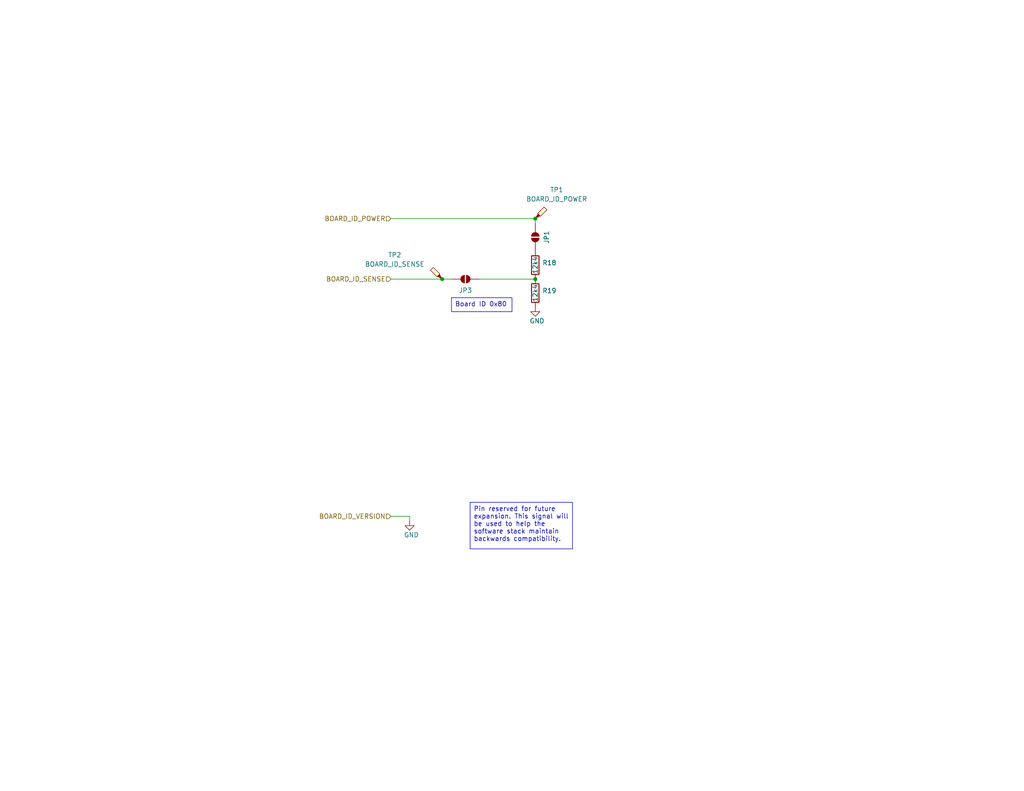
<source format=kicad_sch>
(kicad_sch (version 20231120) (generator "eeschema") (generator_version "8.0")
  (paper "USLetter")
  (lib_symbols
    (symbol "Connector:TestPoint_Probe" (pin_numbers hide) (pin_names (offset 0.762) hide)
      (property "Reference" "TP" (at 1.651 5.842 0))
      (property "Value" "TestPoint_Probe" (at 1.651 4.064 0))
      (symbol "TestPoint_Probe_0_1"
        (polyline (pts (xy 1.27 0.762) (xy 0 0) (xy 0.762 1.27) (xy 1.27 0.762)) (fill (type outline)))
        (polyline (pts (xy 1.397 0.635) (xy 0.635 1.397) (xy 2.413 3.175) (xy 3.175 2.413) (xy 1.397 0.635)) (fill (type background)))
      )
      (symbol "TestPoint_Probe_1_1"
        (pin passive line (at 0 0 90) (length 0) (name "1") (number "1"))
      )
    )
    (symbol "Device:R" (pin_numbers hide) (pin_names (offset 0))
      (property "Reference" "R" (at 2.032 0 90))
      (property "Value" "R" (at 0 0 90))
      (symbol "R_0_1"
        (rectangle (start -1.016 -2.54) (end 1.016 2.54) (stroke (width 0.254)))
      )
      (symbol "R_1_1"
        (pin passive line (at 0 3.81 270) (length 1.27) (name "~") (number "1"))
        (pin passive line (at 0 -3.81 90) (length 1.27) (name "~") (number "2"))
      )
    )
    (symbol "Jumper:SolderJumper_2_Open" (pin_numbers hide) (pin_names (offset 0) hide) (exclude_from_sim yes) (in_bom no)
      (property "Reference" "JP" (at 0 2.032 0))
      (property "Value" "SolderJumper_2_Open" (at 0 -2.54 0))
      (symbol "SolderJumper_2_Open_0_1"
        (arc (start -0.254 1.016) (mid -1.2656 0) (end -0.254 -1.016))
        (arc (start -0.254 1.016) (mid -1.2656 0) (end -0.254 -1.016) (fill (type outline)))
        (polyline (pts (xy -0.254 1.016) (xy -0.254 -1.016)))
        (polyline (pts (xy 0.254 1.016) (xy 0.254 -1.016)))
        (arc (start 0.254 -1.016) (mid 1.2656 0) (end 0.254 1.016))
        (arc (start 0.254 -1.016) (mid 1.2656 0) (end 0.254 1.016) (fill (type outline)))
      )
      (symbol "SolderJumper_2_Open_1_1"
        (pin passive line (at -3.81 0 0) (length 2.54) (name "A") (number "1"))
        (pin passive line (at 3.81 0 180) (length 2.54) (name "B") (number "2"))
      )
    )
    (symbol "power:GND" (power) (pin_numbers hide) (pin_names (offset 0) hide)
      (property "Value" "GND" (at 0 -3.81 0))
      (symbol "GND_0_1"
        (polyline (pts (xy 0 0) (xy 0 -1.27) (xy 1.27 -1.27) (xy 0 -2.54) (xy -1.27 -1.27) (xy 0 -1.27)))
      )
      (symbol "GND_1_1"
        (pin power_in line (at 0 0 270) (length 0) (name "~") (number "1"))
      )
    )
  )
  (junction (at 146.05 59.69))
  (junction (at 120.65 76.2))
  (junction (at 146.05 76.2))
  (wire (pts (xy 106.68 140.97) (xy 111.76 140.97)))
  (wire (pts (xy 111.76 140.97) (xy 111.76 142.24)))
  (wire (pts (xy 130.81 76.2) (xy 146.05 76.2)))
  (wire (pts (xy 106.68 59.69) (xy 146.05 59.69)))
  (wire (pts (xy 120.65 76.2) (xy 123.19 76.2)))
  (wire (pts (xy 146.05 59.69) (xy 146.05 60.96)))
  (wire (pts (xy 106.68 76.2) (xy 120.65 76.2)))
  (text_box "Pin reserved for future expansion. This signal will be used to help the software stack maintain backwards compatibility." (at 128.27 137.16 0) (size 27.94 12.7) (effects (font (size 1.27 1.27)) (justify left top)))
  (text_box "Board ID 0x80" (at 123.19 81.28 0) (size 16.51 3.81) (effects (font (size 1.27 1.27)) (justify left top)))
  (hierarchical_label "BOARD_ID_VERSION" (shape input) (at 106.68 140.97 180))
  (hierarchical_label "BOARD_ID_SENSE" (shape input) (at 106.68 76.2 180))
  (hierarchical_label "BOARD_ID_POWER" (shape input) (at 106.68 59.69 180))
  (symbol (lib_id "power:GND") (at 111.76 142.24 0) (mirror y) (unit 1)
    (property "Reference" "#PWR024" (effects (hide yes)))
    (property "Value" "GND" (at 114.3 146.05 0) (effects (justify left)))
    (property "Description" "Power symbol creates a global label with name \"GND\" , ground" (effects (hide yes)))
  )
  (symbol (lib_id "Jumper:SolderJumper_2_Open") (at 127 76.2 0) (unit 1) (exclude_from_sim yes) (in_bom no)
    (property "Reference" "JP3" (at 127 80.01 0) (effects (justify bottom)))
    (property "Value" "SolderJumper_2_Open" (effects (hide yes)))
    (property "Description" "Solder Jumper, 2-pole, open" (effects (hide yes)))
  )
  (symbol (lib_id "Device:R") (at 146.05 80.01 0) (mirror y) (unit 1)
    (property "Reference" "R19" (at 147.955 79.375 0) (effects (justify right)))
    (property "Value" "12k4" (at 146.05 80.01 90))
    (property "Description" "Resistor" (effects (hide yes)))
  )
  (symbol (lib_id "Device:R") (at 146.05 72.39 0) (mirror y) (unit 1)
    (property "Reference" "R18" (at 147.955 71.755 0) (effects (justify right)))
    (property "Value" "12k4" (at 146.05 72.39 90))
    (property "Description" "Resistor" (effects (hide yes)))
  )
  (symbol (lib_id "Connector:TestPoint_Probe") (at 146.05 59.69 0) (unit 1)
    (property "Reference" "TP1" (at 151.892 51.816 0))
    (property "Value" "BOARD_ID_POWER" (at 151.892 54.356 0))
    (property "Description" "test point (alternative probe-style design)" (effects (hide yes)))
  )
  (symbol (lib_id "Connector:TestPoint_Probe") (at 120.65 76.2 90) (unit 1)
    (property "Reference" "TP2" (at 107.696 69.596 90))
    (property "Value" "BOARD_ID_SENSE" (at 107.696 72.136 90))
    (property "Description" "test point (alternative probe-style design)" (effects (hide yes)))
  )
  (symbol (lib_id "Jumper:SolderJumper_2_Open") (at 146.05 64.77 90) (unit 1) (exclude_from_sim yes) (in_bom no)
    (property "Reference" "JP1" (at 149.86 64.77 0) (effects (justify bottom)))
    (property "Value" "SolderJumper_2_Open" (effects (hide yes)))
    (property "Description" "Solder Jumper, 2-pole, open" (effects (hide yes)))
  )
  (symbol (lib_id "power:GND") (at 146.05 83.82 0) (mirror y) (unit 1)
    (property "Reference" "#PWR022" (effects (hide yes)))
    (property "Value" "GND" (at 148.59 87.63 0) (effects (justify left)))
    (property "Description" "Power symbol creates a global label with name \"GND\" , ground" (effects (hide yes)))
  )
)
</source>
